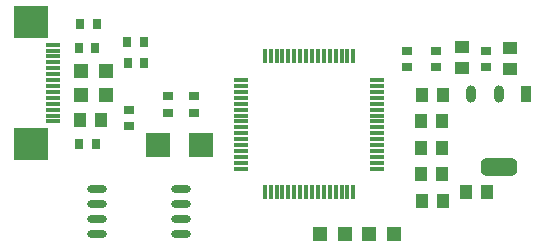
<source format=gtp>
G04*
G04 #@! TF.GenerationSoftware,Altium Limited,Altium Designer,19.1.5 (86)*
G04*
G04 Layer_Color=8421504*
%FSLAX25Y25*%
%MOIN*%
G70*
G01*
G75*
%ADD18R,0.03543X0.03150*%
%ADD19R,0.05000X0.05000*%
%ADD20R,0.05118X0.03937*%
%ADD21R,0.03937X0.05118*%
%ADD22R,0.03439X0.05725*%
G04:AMPARAMS|DCode=23|XSize=57.25mil|YSize=34.39mil|CornerRadius=17.19mil|HoleSize=0mil|Usage=FLASHONLY|Rotation=270.000|XOffset=0mil|YOffset=0mil|HoleType=Round|Shape=RoundedRectangle|*
%AMROUNDEDRECTD23*
21,1,0.05725,0.00000,0,0,270.0*
21,1,0.02287,0.03439,0,0,270.0*
1,1,0.03439,0.00000,-0.01143*
1,1,0.03439,0.00000,0.01143*
1,1,0.03439,0.00000,0.01143*
1,1,0.03439,0.00000,-0.01143*
%
%ADD23ROUNDEDRECTD23*%
G04:AMPARAMS|DCode=24|XSize=57.25mil|YSize=123.31mil|CornerRadius=17.18mil|HoleSize=0mil|Usage=FLASHONLY|Rotation=270.000|XOffset=0mil|YOffset=0mil|HoleType=Round|Shape=RoundedRectangle|*
%AMROUNDEDRECTD24*
21,1,0.05725,0.08896,0,0,270.0*
21,1,0.02290,0.12331,0,0,270.0*
1,1,0.03435,-0.04448,-0.01145*
1,1,0.03435,-0.04448,0.01145*
1,1,0.03435,0.04448,0.01145*
1,1,0.03435,0.04448,-0.01145*
%
%ADD24ROUNDEDRECTD24*%
%ADD25R,0.04700X0.01200*%
%ADD26R,0.01200X0.04700*%
%ADD27O,0.06693X0.02362*%
%ADD28R,0.07874X0.07874*%
%ADD29R,0.04724X0.01181*%
%ADD30R,0.11811X0.10630*%
%ADD31R,0.03150X0.03543*%
D18*
X138779Y65266D02*
D03*
Y70866D02*
D03*
X148622Y65266D02*
D03*
Y70866D02*
D03*
X165219Y65266D02*
D03*
Y70866D02*
D03*
X67913Y50197D02*
D03*
Y55797D02*
D03*
X59055Y50197D02*
D03*
Y55797D02*
D03*
X46260Y51181D02*
D03*
Y45581D02*
D03*
D19*
X38386Y64003D02*
D03*
X29986D02*
D03*
X126011Y9843D02*
D03*
X134411D02*
D03*
X118110D02*
D03*
X109710D02*
D03*
X38386Y56102D02*
D03*
X29986D02*
D03*
D20*
X157289Y72008D02*
D03*
X157250Y64961D02*
D03*
X173228Y71850D02*
D03*
X173189Y64803D02*
D03*
D21*
X150748Y56063D02*
D03*
X143701Y56102D02*
D03*
X143543Y47267D02*
D03*
X150591Y47227D02*
D03*
X143543Y38431D02*
D03*
X150591Y38392D02*
D03*
X143543Y29595D02*
D03*
X150591Y29556D02*
D03*
X143701Y20760D02*
D03*
X150748Y20720D02*
D03*
X165410Y23597D02*
D03*
X158363Y23637D02*
D03*
X29773Y47754D02*
D03*
X36820Y47715D02*
D03*
D22*
X178347Y56398D02*
D03*
D23*
X169291D02*
D03*
X160236D02*
D03*
D24*
X169291Y32185D02*
D03*
D25*
X83494Y61024D02*
D03*
Y59055D02*
D03*
Y57087D02*
D03*
Y55118D02*
D03*
Y53150D02*
D03*
Y51181D02*
D03*
Y49213D02*
D03*
Y47244D02*
D03*
Y45276D02*
D03*
Y43307D02*
D03*
Y41339D02*
D03*
Y39370D02*
D03*
Y37402D02*
D03*
Y35433D02*
D03*
Y33465D02*
D03*
Y31496D02*
D03*
X128770D02*
D03*
Y33465D02*
D03*
Y35433D02*
D03*
Y37402D02*
D03*
Y39370D02*
D03*
Y41339D02*
D03*
Y43307D02*
D03*
Y45276D02*
D03*
Y47244D02*
D03*
Y49213D02*
D03*
Y51181D02*
D03*
Y53150D02*
D03*
Y55118D02*
D03*
Y57087D02*
D03*
Y59055D02*
D03*
Y61024D02*
D03*
D26*
X91368Y23622D02*
D03*
X93337D02*
D03*
X95305D02*
D03*
X97274D02*
D03*
X99242D02*
D03*
X101211D02*
D03*
X103179D02*
D03*
X105148D02*
D03*
X107116D02*
D03*
X109085D02*
D03*
X111053D02*
D03*
X113022D02*
D03*
X114990D02*
D03*
X116959D02*
D03*
X118927D02*
D03*
X120896D02*
D03*
Y68898D02*
D03*
X118927D02*
D03*
X116959D02*
D03*
X114990D02*
D03*
X113022D02*
D03*
X111053D02*
D03*
X109085D02*
D03*
X107116D02*
D03*
X105148D02*
D03*
X103179D02*
D03*
X101211D02*
D03*
X99242D02*
D03*
X97274D02*
D03*
X95305D02*
D03*
X93337D02*
D03*
X91368D02*
D03*
D27*
X35433Y24843D02*
D03*
Y19842D02*
D03*
Y14842D02*
D03*
Y9843D02*
D03*
X63386Y24843D02*
D03*
Y19842D02*
D03*
Y14842D02*
D03*
Y9843D02*
D03*
D28*
X70079Y39370D02*
D03*
X55905D02*
D03*
D29*
X20669Y47244D02*
D03*
Y49213D02*
D03*
Y51181D02*
D03*
Y57087D02*
D03*
Y59055D02*
D03*
Y61024D02*
D03*
Y62992D02*
D03*
Y72835D02*
D03*
Y70866D02*
D03*
Y68898D02*
D03*
Y66929D02*
D03*
Y64961D02*
D03*
Y55118D02*
D03*
Y53150D02*
D03*
D30*
X13347Y80433D02*
D03*
Y39646D02*
D03*
D31*
X51181Y73819D02*
D03*
X45581D02*
D03*
X45662Y66755D02*
D03*
X51262D02*
D03*
X29528Y39785D02*
D03*
X35128D02*
D03*
X35433Y79724D02*
D03*
X29833D02*
D03*
X29291Y71676D02*
D03*
X34891D02*
D03*
M02*

</source>
